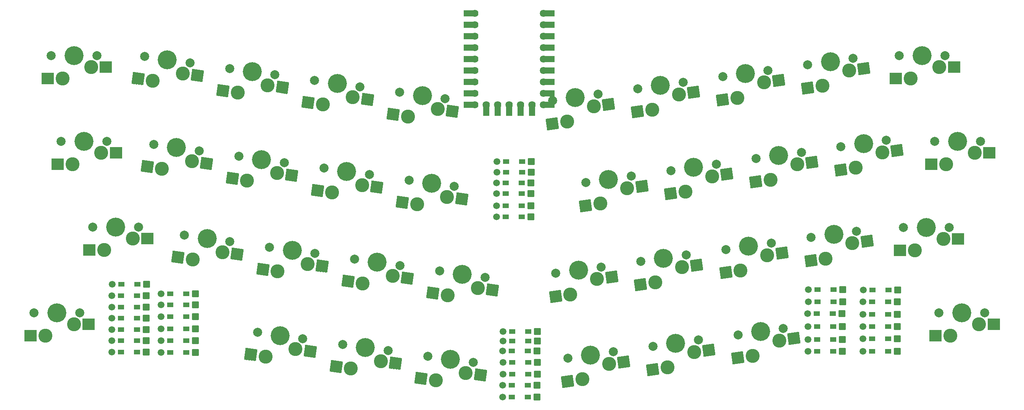
<source format=gbr>
G04 #@! TF.GenerationSoftware,KiCad,Pcbnew,7.0.1-0*
G04 #@! TF.CreationDate,2023-07-08T08:54:48+09:00*
G04 #@! TF.ProjectId,cool838ax,636f6f6c-3833-4386-9178-2e6b69636164,rev?*
G04 #@! TF.SameCoordinates,Original*
G04 #@! TF.FileFunction,Soldermask,Bot*
G04 #@! TF.FilePolarity,Negative*
%FSLAX46Y46*%
G04 Gerber Fmt 4.6, Leading zero omitted, Abs format (unit mm)*
G04 Created by KiCad (PCBNEW 7.0.1-0) date 2023-07-08 08:54:48*
%MOMM*%
%LPD*%
G01*
G04 APERTURE LIST*
G04 Aperture macros list*
%AMRoundRect*
0 Rectangle with rounded corners*
0 $1 Rounding radius*
0 $2 $3 $4 $5 $6 $7 $8 $9 X,Y pos of 4 corners*
0 Add a 4 corners polygon primitive as box body*
4,1,4,$2,$3,$4,$5,$6,$7,$8,$9,$2,$3,0*
0 Add four circle primitives for the rounded corners*
1,1,$1+$1,$2,$3*
1,1,$1+$1,$4,$5*
1,1,$1+$1,$6,$7*
1,1,$1+$1,$8,$9*
0 Add four rect primitives between the rounded corners*
20,1,$1+$1,$2,$3,$4,$5,0*
20,1,$1+$1,$4,$5,$6,$7,0*
20,1,$1+$1,$6,$7,$8,$9,0*
20,1,$1+$1,$8,$9,$2,$3,0*%
G04 Aperture macros list end*
%ADD10C,2.002000*%
%ADD11C,3.102000*%
%ADD12C,4.202000*%
%ADD13RoundRect,0.051000X-1.275000X-1.250000X1.275000X-1.250000X1.275000X1.250000X-1.275000X1.250000X0*%
%ADD14RoundRect,0.051000X-1.436558X-1.060389X1.088625X-1.415281X1.436558X1.060389X-1.088625X1.415281X0*%
%ADD15RoundRect,0.051000X-1.088625X-1.415281X1.436558X-1.060389X1.088625X1.415281X-1.436558X1.060389X0*%
%ADD16RoundRect,0.051000X0.698500X0.698500X-0.698500X0.698500X-0.698500X-0.698500X0.698500X-0.698500X0*%
%ADD17RoundRect,0.051000X0.650000X0.475000X-0.650000X0.475000X-0.650000X-0.475000X0.650000X-0.475000X0*%
%ADD18C,1.499000*%
%ADD19C,1.626000*%
%ADD20RoundRect,0.051000X1.000000X0.600000X-1.000000X0.600000X-1.000000X-0.600000X1.000000X-0.600000X0*%
%ADD21RoundRect,0.051000X0.600000X-1.000000X0.600000X1.000000X-0.600000X1.000000X-0.600000X-1.000000X0*%
G04 APERTURE END LIST*
D10*
X-248678475Y111224267D03*
D11*
X-246138475Y106144267D03*
D12*
X-243598475Y111224267D03*
D11*
X-239788475Y108684267D03*
D10*
X-238518475Y111224267D03*
D13*
X-236513475Y108684267D03*
X-249440475Y106144267D03*
D10*
X-227915044Y111049604D03*
D11*
X-226106762Y105665543D03*
D12*
X-222884482Y110342605D03*
D11*
X-219465060Y107297075D03*
D10*
X-217853920Y109635606D03*
D14*
X-216221932Y106841283D03*
X-229376627Y106125092D03*
D10*
X-209050437Y108398356D03*
D11*
X-207242155Y103014295D03*
D12*
X-204019875Y107691357D03*
D11*
X-200600453Y104645827D03*
D10*
X-198989313Y106984358D03*
D14*
X-197357325Y104190035D03*
X-210512020Y103473844D03*
D10*
X-190185831Y105747109D03*
D11*
X-188377549Y100363048D03*
D12*
X-185155269Y105040110D03*
D11*
X-181735847Y101994580D03*
D10*
X-180124707Y104333111D03*
D14*
X-178492719Y101538788D03*
X-191647414Y100822597D03*
D10*
X-171321224Y103095861D03*
D11*
X-169512942Y97711800D03*
D12*
X-166290662Y102388862D03*
D11*
X-162871240Y99343332D03*
D10*
X-161260100Y101681863D03*
D14*
X-159628112Y98887540D03*
X-172782807Y98171349D03*
D10*
X-137385994Y101244813D03*
D11*
X-134163714Y96567751D03*
D12*
X-132355432Y101951812D03*
D11*
X-128229011Y99966781D03*
D10*
X-127324870Y102658811D03*
D15*
X-124985883Y100422573D03*
X-137433579Y96108201D03*
D10*
X-118521387Y103896060D03*
D11*
X-115299107Y99218998D03*
D12*
X-113490825Y104603059D03*
D11*
X-109364404Y102618028D03*
D10*
X-108460263Y105310058D03*
D15*
X-106121276Y103073820D03*
X-118568972Y98759448D03*
D10*
X-99656781Y106547308D03*
D11*
X-96434501Y101870246D03*
D12*
X-94626219Y107254307D03*
D11*
X-90499798Y105269276D03*
D10*
X-89595657Y107961306D03*
D15*
X-87256670Y105725068D03*
X-99704366Y101410696D03*
D10*
X-80792174Y109198556D03*
D11*
X-77569894Y104521494D03*
D12*
X-75761612Y109905555D03*
D11*
X-71635191Y107920524D03*
D10*
X-70731050Y110612554D03*
D15*
X-68392063Y108376316D03*
X-80839759Y104061944D03*
D10*
X-206985533Y88870938D03*
D11*
X-205177251Y83486877D03*
D12*
X-201954971Y88163939D03*
D11*
X-198535549Y85118409D03*
D10*
X-196924409Y87456940D03*
D14*
X-195292421Y84662617D03*
X-208447116Y83946426D03*
D10*
X-188120926Y86219690D03*
D11*
X-186312644Y80835629D03*
D12*
X-183090364Y85512691D03*
D11*
X-179670942Y82467161D03*
D10*
X-178059802Y84805692D03*
D14*
X-176427814Y82011369D03*
X-189582509Y81295178D03*
D10*
X-169256320Y83568443D03*
D11*
X-167448038Y78184382D03*
D12*
X-164225758Y82861444D03*
D11*
X-160806336Y79815914D03*
D10*
X-159195196Y82154445D03*
D14*
X-157563208Y79360122D03*
X-170717903Y78643931D03*
D10*
X-130018595Y83043018D03*
D11*
X-126796315Y78365956D03*
D12*
X-124988033Y83750017D03*
D11*
X-120861612Y81764986D03*
D10*
X-119957471Y84457016D03*
D15*
X-117618484Y82220778D03*
X-130066180Y77906406D03*
D10*
X-111153988Y85694266D03*
D11*
X-107931708Y81017204D03*
D12*
X-106123426Y86401265D03*
D11*
X-101997005Y84416234D03*
D10*
X-101092864Y87108264D03*
D15*
X-98753877Y84872026D03*
X-111201573Y80557654D03*
D10*
X-92289381Y88345513D03*
D11*
X-89067101Y83668451D03*
D12*
X-87258819Y89052512D03*
D11*
X-83132398Y87067481D03*
D10*
X-82228257Y89759511D03*
D15*
X-79889270Y87523273D03*
X-92336966Y83208901D03*
D10*
X-73424775Y90996761D03*
D11*
X-70202495Y86319699D03*
D12*
X-68394213Y91703760D03*
D11*
X-64267792Y89718729D03*
D10*
X-63363651Y92410759D03*
D15*
X-61024664Y90174521D03*
X-73472360Y85860149D03*
D10*
X-52653975Y92174266D03*
D11*
X-50113975Y87094266D03*
D12*
X-47573975Y92174266D03*
D11*
X-43763975Y89634266D03*
D10*
X-42493975Y92174266D03*
D13*
X-40488975Y89634266D03*
X-53415975Y87094266D03*
D10*
X-219069084Y71331955D03*
D11*
X-217260802Y65947894D03*
D12*
X-214038522Y70624956D03*
D11*
X-210619100Y67579426D03*
D10*
X-209007960Y69917957D03*
D14*
X-207375972Y67123634D03*
X-220530667Y66407443D03*
D10*
X-200204477Y68680707D03*
D11*
X-198396195Y63296646D03*
D12*
X-195173915Y67973708D03*
D11*
X-191754493Y64928178D03*
D10*
X-190143353Y67266709D03*
D14*
X-188511365Y64472386D03*
X-201666060Y63756195D03*
D10*
X-181339871Y66029460D03*
D11*
X-179531589Y60645399D03*
D12*
X-176309309Y65322461D03*
D11*
X-172889887Y62276931D03*
D10*
X-171278747Y64615462D03*
D14*
X-169646759Y61821139D03*
X-182801454Y61104948D03*
D10*
X-162475264Y63378212D03*
D11*
X-160666982Y57994151D03*
D12*
X-157444702Y62671213D03*
D11*
X-154025280Y59625683D03*
D10*
X-152414140Y61964214D03*
D14*
X-150782152Y59169891D03*
X-163936847Y58453700D03*
D10*
X-60500000Y111260000D03*
D11*
X-57960000Y106180000D03*
D12*
X-55420000Y111260000D03*
D11*
X-51610000Y108720000D03*
D10*
X-50340000Y111260000D03*
D13*
X-48335000Y108720000D03*
X-61262000Y106180000D03*
D10*
X-246430000Y92190000D03*
D11*
X-243890000Y87110000D03*
D12*
X-241350000Y92190000D03*
D11*
X-237540000Y89650000D03*
D10*
X-236270000Y92190000D03*
D13*
X-234265000Y89650000D03*
X-247192000Y87110000D03*
D10*
X-202871124Y49753998D03*
D11*
X-201062842Y44369937D03*
D12*
X-197840562Y49046999D03*
D11*
X-194421140Y46001469D03*
D10*
X-192810000Y48340000D03*
D14*
X-191178012Y45545677D03*
X-204332707Y44829486D03*
D10*
X-59600000Y73090000D03*
D11*
X-57060000Y68010000D03*
D12*
X-54520000Y73090000D03*
D11*
X-50710000Y70550000D03*
D10*
X-49440000Y73090000D03*
D13*
X-47435000Y70550000D03*
X-60362000Y68010000D03*
D10*
X-239430000Y73110000D03*
D11*
X-236890000Y68030000D03*
D12*
X-234350000Y73110000D03*
D11*
X-230540000Y70570000D03*
D10*
X-229270000Y73110000D03*
D13*
X-227265000Y70570000D03*
X-240192000Y68030000D03*
D10*
X-183960000Y47090000D03*
D11*
X-182151718Y41705939D03*
D12*
X-178929438Y46383001D03*
D11*
X-175510016Y43337471D03*
D10*
X-173898876Y45676002D03*
D14*
X-172266888Y42881679D03*
X-185421583Y42165488D03*
D10*
X-134020562Y44003001D03*
D11*
X-130798282Y39325939D03*
D12*
X-128990000Y44710000D03*
D11*
X-124863579Y42724969D03*
D10*
X-123959438Y45416999D03*
D15*
X-121620451Y43180761D03*
X-134068147Y38866389D03*
D16*
X-73073475Y56576266D03*
D17*
X-75108475Y56576266D03*
X-78658475Y56576266D03*
D18*
X-80693475Y56576266D03*
D16*
X-140843475Y45626266D03*
D17*
X-142878475Y45626266D03*
X-146428475Y45626266D03*
D18*
X-148463475Y45626266D03*
D10*
X-80054037Y70819267D03*
D11*
X-76831757Y66142205D03*
D12*
X-75023475Y71526266D03*
D11*
X-70897054Y69541235D03*
D10*
X-69992913Y72233265D03*
D15*
X-67653926Y69997027D03*
X-80101622Y65682655D03*
D16*
X-140843475Y37968766D03*
D17*
X-142878475Y37968766D03*
X-146428475Y37968766D03*
D18*
X-148463475Y37968766D03*
D16*
X-142238475Y75400266D03*
D17*
X-144273475Y75400266D03*
X-147823475Y75400266D03*
D18*
X-149858475Y75400266D03*
D16*
X-227563475Y45366266D03*
D17*
X-229598475Y45366266D03*
X-233148475Y45366266D03*
D18*
X-235183475Y45366266D03*
D10*
X-98944037Y68179267D03*
D11*
X-95721757Y63502205D03*
D12*
X-93913475Y68886266D03*
D11*
X-89787054Y66901235D03*
D10*
X-88882913Y69593265D03*
D15*
X-86543926Y67357027D03*
X-98991622Y63042655D03*
D16*
X-227563475Y50374266D03*
D17*
X-229598475Y50374266D03*
X-233148475Y50374266D03*
D18*
X-235183475Y50374266D03*
D16*
X-140743475Y43086266D03*
D17*
X-142778475Y43086266D03*
X-146328475Y43086266D03*
D18*
X-148363475Y43086266D03*
D16*
X-60958475Y56506266D03*
D17*
X-62993475Y56506266D03*
X-66543475Y56506266D03*
D18*
X-68578475Y56506266D03*
D16*
X-60953475Y53756266D03*
D17*
X-62988475Y53756266D03*
X-66538475Y53756266D03*
D18*
X-68573475Y53756266D03*
D16*
X-216603475Y45266266D03*
D17*
X-218638475Y45266266D03*
X-222188475Y45266266D03*
D18*
X-224223475Y45266266D03*
D10*
X-117834037Y65509267D03*
D11*
X-114611757Y60832205D03*
D12*
X-112803475Y66216266D03*
D11*
X-108677054Y64231235D03*
D10*
X-107772913Y66923265D03*
D15*
X-105433926Y64687027D03*
X-117881622Y60372655D03*
D16*
X-142213475Y80616266D03*
D17*
X-144248475Y80616266D03*
X-147798475Y80616266D03*
D18*
X-149833475Y80616266D03*
D16*
X-73103475Y48146266D03*
D17*
X-75138475Y48146266D03*
X-78688475Y48146266D03*
D18*
X-80723475Y48146266D03*
D16*
X-216598475Y58346266D03*
D17*
X-218633475Y58346266D03*
X-222183475Y58346266D03*
D18*
X-224218475Y58346266D03*
D16*
X-60953475Y45566266D03*
D17*
X-62988475Y45566266D03*
X-66538475Y45566266D03*
D18*
X-68573475Y45566266D03*
D10*
X-225864037Y91503265D03*
D11*
X-224055755Y86119204D03*
D12*
X-220833475Y90796266D03*
D11*
X-217414053Y87750736D03*
D10*
X-215802913Y90089267D03*
D14*
X-214170925Y87294944D03*
X-227325620Y86578753D03*
D16*
X-73103475Y45566266D03*
D17*
X-75138475Y45566266D03*
X-78688475Y45566266D03*
D18*
X-80723475Y45566266D03*
D10*
X-252488475Y54074267D03*
D11*
X-249948475Y48994267D03*
D12*
X-247408475Y54074267D03*
D11*
X-243598475Y51534267D03*
D10*
X-242328475Y54074267D03*
D13*
X-240323475Y51534267D03*
X-253250475Y48994267D03*
D16*
X-227533475Y57916266D03*
D17*
X-229568475Y57916266D03*
X-233118475Y57916266D03*
D18*
X-235153475Y57916266D03*
D16*
X-140783475Y40476266D03*
D17*
X-142818475Y40476266D03*
X-146368475Y40476266D03*
D18*
X-148403475Y40476266D03*
D16*
X-140795000Y49980000D03*
D17*
X-142830000Y49980000D03*
X-146380000Y49980000D03*
D18*
X-148415000Y49980000D03*
D16*
X-216603475Y55842266D03*
D17*
X-218638475Y55842266D03*
X-222188475Y55842266D03*
D18*
X-224223475Y55842266D03*
D16*
X-216603475Y47910266D03*
D17*
X-218638475Y47910266D03*
X-222188475Y47910266D03*
D18*
X-224223475Y47910266D03*
D16*
X-142153475Y87730266D03*
D17*
X-144188475Y87730266D03*
X-147738475Y87730266D03*
D18*
X-149773475Y87730266D03*
D16*
X-73028475Y59276266D03*
D17*
X-75063475Y59276266D03*
X-78613475Y59276266D03*
D18*
X-80648475Y59276266D03*
D16*
X-227563475Y55382266D03*
D17*
X-229598475Y55382266D03*
X-233148475Y55382266D03*
D18*
X-235183475Y55382266D03*
D16*
X-60878475Y59166266D03*
D17*
X-62913475Y59166266D03*
X-66463475Y59166266D03*
D18*
X-68498475Y59166266D03*
D10*
X-115131124Y46646002D03*
D11*
X-111908844Y41968940D03*
D12*
X-110100562Y47353001D03*
D11*
X-105974141Y45367970D03*
D10*
X-105070000Y48060000D03*
D15*
X-102731013Y45823762D03*
X-115178709Y41509390D03*
D16*
X-227563475Y52878266D03*
D17*
X-229598475Y52878266D03*
X-233148475Y52878266D03*
D18*
X-235183475Y52878266D03*
D16*
X-60953475Y48296266D03*
D17*
X-62988475Y48296266D03*
X-66538475Y48296266D03*
D18*
X-68573475Y48296266D03*
D10*
X-51701475Y54074266D03*
D11*
X-49161475Y48994266D03*
D12*
X-46621475Y54074266D03*
D11*
X-42811475Y51534266D03*
D10*
X-41541475Y54074266D03*
D13*
X-39536475Y51534266D03*
X-52463475Y48994266D03*
D16*
X-142143475Y85358933D03*
D17*
X-144178475Y85358933D03*
X-147728475Y85358933D03*
D18*
X-149763475Y85358933D03*
D16*
X-142238475Y77866266D03*
D17*
X-144273475Y77866266D03*
X-147823475Y77866266D03*
D18*
X-149858475Y77866266D03*
D16*
X-140843475Y35416266D03*
D17*
X-142878475Y35416266D03*
X-146428475Y35416266D03*
D18*
X-148463475Y35416266D03*
D16*
X-227473475Y60396266D03*
D17*
X-229508475Y60396266D03*
X-233058475Y60396266D03*
D18*
X-235093475Y60396266D03*
D16*
X-227563475Y47870266D03*
D17*
X-229598475Y47870266D03*
X-233148475Y47870266D03*
D18*
X-235183475Y47870266D03*
D16*
X-73108475Y51016266D03*
D17*
X-75143475Y51016266D03*
X-78693475Y51016266D03*
D18*
X-80728475Y51016266D03*
D10*
X-136694599Y62862268D03*
D11*
X-133472319Y58185206D03*
D12*
X-131664037Y63569267D03*
D11*
X-127537616Y61584236D03*
D10*
X-126633475Y64276266D03*
D15*
X-124294488Y62040028D03*
X-136742184Y57725656D03*
D16*
X-60953475Y51026266D03*
D17*
X-62988475Y51026266D03*
X-66538475Y51026266D03*
D18*
X-68573475Y51026266D03*
D16*
X-216603475Y50554266D03*
D17*
X-218638475Y50554266D03*
X-222188475Y50554266D03*
D18*
X-224223475Y50554266D03*
D16*
X-73178475Y53906266D03*
D17*
X-75213475Y53906266D03*
X-78763475Y53906266D03*
D18*
X-80798475Y53906266D03*
D10*
X-165101124Y44473998D03*
D11*
X-163292842Y39089937D03*
D12*
X-160070562Y43766999D03*
D11*
X-156651140Y40721469D03*
D10*
X-155040000Y43060000D03*
D14*
X-153408012Y40265677D03*
X-166562707Y39549486D03*
D10*
X-96271124Y49216002D03*
D11*
X-93048844Y44538940D03*
D12*
X-91240562Y49923001D03*
D11*
X-87114141Y47937970D03*
D10*
X-86210000Y50630000D03*
D15*
X-83871013Y48393762D03*
X-96318709Y44079390D03*
D16*
X-142213475Y82987600D03*
D17*
X-144248475Y82987600D03*
X-147798475Y82987600D03*
D18*
X-149833475Y82987600D03*
D16*
X-140780000Y47840000D03*
D17*
X-142815000Y47840000D03*
X-146365000Y47840000D03*
D18*
X-148400000Y47840000D03*
D16*
X-216603475Y53198266D03*
D17*
X-218638475Y53198266D03*
X-222188475Y53198266D03*
D18*
X-224223475Y53198266D03*
D19*
X-154663475Y120626266D03*
D20*
X-156133475Y120626266D03*
D19*
X-154663475Y118086266D03*
D20*
X-156133475Y118086266D03*
D19*
X-154663475Y115546266D03*
D20*
X-156133475Y115546266D03*
D19*
X-154663475Y113006266D03*
D20*
X-156133475Y113006266D03*
D19*
X-154663475Y110466266D03*
D20*
X-156133475Y110466266D03*
D19*
X-154663475Y107926266D03*
D20*
X-156133475Y107926266D03*
D19*
X-154663475Y105386266D03*
D20*
X-156133475Y105386266D03*
D19*
X-154663475Y102846266D03*
D20*
X-156133475Y102846266D03*
D19*
X-154663475Y100306266D03*
D20*
X-156133475Y100306266D03*
D21*
X-152123475Y98846266D03*
D19*
X-152123475Y100306266D03*
D21*
X-149583475Y98836266D03*
D19*
X-149583475Y100306266D03*
D21*
X-147043475Y98846266D03*
D19*
X-147043475Y100306266D03*
X-144503475Y100306266D03*
D21*
X-144513475Y98836266D03*
X-141953475Y98846266D03*
D19*
X-141963475Y100306266D03*
D20*
X-137953475Y100306266D03*
D19*
X-139423475Y100306266D03*
D20*
X-137953475Y102846266D03*
D19*
X-139423475Y102846266D03*
D20*
X-137953475Y105386266D03*
D19*
X-139423475Y105386266D03*
D20*
X-137953475Y107926266D03*
D19*
X-139423475Y107926266D03*
D20*
X-137953475Y110466266D03*
D19*
X-139423475Y110466266D03*
D20*
X-137953475Y113006266D03*
D19*
X-139423475Y113006266D03*
D20*
X-137953475Y115546266D03*
D19*
X-139423475Y115546266D03*
D20*
X-137953475Y118086266D03*
D19*
X-139423475Y118086266D03*
D20*
X-137953475Y120626266D03*
D19*
X-139423475Y120626266D03*
G36*
X-165493090Y38087396D02*
G01*
X-165491514Y38086164D01*
X-165491792Y38084184D01*
X-165493646Y38083434D01*
X-167994451Y38434898D01*
X-167994805Y38434982D01*
X-167994808Y38434983D01*
X-167996107Y38436361D01*
X-167995674Y38438205D01*
X-167993898Y38438861D01*
X-165493090Y38087396D01*
G37*
G36*
X-152338395Y38803587D02*
G01*
X-152336819Y38802355D01*
X-152337097Y38800375D01*
X-152338951Y38799625D01*
X-154839756Y39151089D01*
X-154840110Y39151173D01*
X-154840113Y39151174D01*
X-154841412Y39152552D01*
X-154840979Y39154396D01*
X-154839203Y39155052D01*
X-152338395Y38803587D01*
G37*
G36*
X-184351966Y40703398D02*
G01*
X-184350390Y40702166D01*
X-184350668Y40700186D01*
X-184352522Y40699436D01*
X-186853327Y41050900D01*
X-186853681Y41050984D01*
X-186853684Y41050985D01*
X-186854983Y41052363D01*
X-186854550Y41054207D01*
X-186852774Y41054863D01*
X-184351966Y40703398D01*
G37*
G36*
X-171197271Y41419589D02*
G01*
X-171195695Y41418357D01*
X-171195973Y41416377D01*
X-171197827Y41415627D01*
X-173698632Y41767091D01*
X-173698986Y41767175D01*
X-173698989Y41767176D01*
X-173700288Y41768554D01*
X-173699855Y41770398D01*
X-173698079Y41771054D01*
X-171197271Y41419589D01*
G37*
G36*
X-203263090Y43367396D02*
G01*
X-203261514Y43366164D01*
X-203261792Y43364184D01*
X-203263646Y43363434D01*
X-205764451Y43714898D01*
X-205764805Y43714982D01*
X-205764808Y43714983D01*
X-205766107Y43716361D01*
X-205765674Y43718205D01*
X-205763898Y43718861D01*
X-203263090Y43367396D01*
G37*
G36*
X-190108395Y44083587D02*
G01*
X-190106819Y44082355D01*
X-190107097Y44080375D01*
X-190108951Y44079625D01*
X-192609756Y44431089D01*
X-192610110Y44431173D01*
X-192610113Y44431174D01*
X-192611412Y44432552D01*
X-192610979Y44434396D01*
X-192609203Y44435052D01*
X-190108395Y44083587D01*
G37*
G36*
X-162867230Y56991610D02*
G01*
X-162865654Y56990378D01*
X-162865932Y56988398D01*
X-162867786Y56987648D01*
X-165368591Y57339112D01*
X-165368945Y57339196D01*
X-165368948Y57339197D01*
X-165370247Y57340575D01*
X-165369814Y57342419D01*
X-165368038Y57343075D01*
X-162867230Y56991610D01*
G37*
G36*
X-149712535Y57707801D02*
G01*
X-149710959Y57706569D01*
X-149711237Y57704589D01*
X-149713091Y57703839D01*
X-152213896Y58055303D01*
X-152214250Y58055387D01*
X-152214253Y58055388D01*
X-152215552Y58056766D01*
X-152215119Y58058610D01*
X-152213343Y58059266D01*
X-149712535Y57707801D01*
G37*
G36*
X-181731837Y59642858D02*
G01*
X-181730261Y59641626D01*
X-181730539Y59639646D01*
X-181732393Y59638896D01*
X-184233198Y59990360D01*
X-184233552Y59990444D01*
X-184233555Y59990445D01*
X-184234854Y59991823D01*
X-184234421Y59993667D01*
X-184232645Y59994323D01*
X-181731837Y59642858D01*
G37*
G36*
X-168577142Y60359049D02*
G01*
X-168575566Y60357817D01*
X-168575844Y60355837D01*
X-168577698Y60355087D01*
X-171078503Y60706551D01*
X-171078857Y60706635D01*
X-171078860Y60706636D01*
X-171080159Y60708014D01*
X-171079726Y60709858D01*
X-171077950Y60710514D01*
X-168577142Y60359049D01*
G37*
G36*
X-200596443Y62294105D02*
G01*
X-200594867Y62292873D01*
X-200595145Y62290893D01*
X-200596999Y62290143D01*
X-203097804Y62641607D01*
X-203098158Y62641691D01*
X-203098161Y62641692D01*
X-203099460Y62643070D01*
X-203099027Y62644914D01*
X-203097251Y62645570D01*
X-200596443Y62294105D01*
G37*
G36*
X-187441748Y63010296D02*
G01*
X-187440172Y63009064D01*
X-187440450Y63007084D01*
X-187442304Y63006334D01*
X-189943109Y63357798D01*
X-189943463Y63357882D01*
X-189943466Y63357883D01*
X-189944765Y63359261D01*
X-189944332Y63361105D01*
X-189942556Y63361761D01*
X-187441748Y63010296D01*
G37*
G36*
X-219461050Y64945353D02*
G01*
X-219459474Y64944121D01*
X-219459752Y64942141D01*
X-219461606Y64941391D01*
X-221962411Y65292855D01*
X-221962765Y65292939D01*
X-221962768Y65292940D01*
X-221964067Y65294318D01*
X-221963634Y65296162D01*
X-221961858Y65296818D01*
X-219461050Y64945353D01*
G37*
G36*
X-206306355Y65661544D02*
G01*
X-206304779Y65660312D01*
X-206305057Y65658332D01*
X-206306911Y65657582D01*
X-208807716Y66009046D01*
X-208808070Y66009130D01*
X-208808073Y66009131D01*
X-208809372Y66010509D01*
X-208808939Y66012353D01*
X-208807163Y66013009D01*
X-206306355Y65661544D01*
G37*
G36*
X-169648286Y77181841D02*
G01*
X-169646710Y77180609D01*
X-169646988Y77178629D01*
X-169648842Y77177879D01*
X-172149647Y77529343D01*
X-172150001Y77529427D01*
X-172150004Y77529428D01*
X-172151303Y77530806D01*
X-172150870Y77532650D01*
X-172149094Y77533306D01*
X-169648286Y77181841D01*
G37*
G36*
X-156493591Y77898032D02*
G01*
X-156492015Y77896800D01*
X-156492293Y77894820D01*
X-156494147Y77894070D01*
X-158994952Y78245534D01*
X-158995306Y78245618D01*
X-158995309Y78245619D01*
X-158996608Y78246997D01*
X-158996175Y78248841D01*
X-158994399Y78249497D01*
X-156493591Y77898032D01*
G37*
G36*
X-188512892Y79833088D02*
G01*
X-188511316Y79831856D01*
X-188511594Y79829876D01*
X-188513448Y79829126D01*
X-191014253Y80180590D01*
X-191014607Y80180674D01*
X-191014610Y80180675D01*
X-191015909Y80182053D01*
X-191015476Y80183897D01*
X-191013700Y80184553D01*
X-188512892Y79833088D01*
G37*
G36*
X-175358197Y80549279D02*
G01*
X-175356621Y80548047D01*
X-175356899Y80546067D01*
X-175358753Y80545317D01*
X-177859558Y80896781D01*
X-177859912Y80896865D01*
X-177859915Y80896866D01*
X-177861214Y80898244D01*
X-177860781Y80900088D01*
X-177859005Y80900744D01*
X-175358197Y80549279D01*
G37*
G36*
X-207377499Y82484336D02*
G01*
X-207375923Y82483104D01*
X-207376201Y82481124D01*
X-207378055Y82480374D01*
X-209878860Y82831838D01*
X-209879214Y82831922D01*
X-209879217Y82831923D01*
X-209880516Y82833301D01*
X-209880083Y82835145D01*
X-209878307Y82835801D01*
X-207377499Y82484336D01*
G37*
G36*
X-194222804Y83200527D02*
G01*
X-194221228Y83199295D01*
X-194221506Y83197315D01*
X-194223360Y83196565D01*
X-196724165Y83548029D01*
X-196724519Y83548113D01*
X-196724522Y83548114D01*
X-196725821Y83549492D01*
X-196725388Y83551336D01*
X-196723612Y83551992D01*
X-194222804Y83200527D01*
G37*
G36*
X-226256003Y85116663D02*
G01*
X-226254427Y85115431D01*
X-226254705Y85113451D01*
X-226256559Y85112701D01*
X-228757364Y85464165D01*
X-228757718Y85464249D01*
X-228757721Y85464250D01*
X-228759020Y85465628D01*
X-228758587Y85467472D01*
X-228756811Y85468128D01*
X-226256003Y85116663D01*
G37*
G36*
X-213101308Y85832854D02*
G01*
X-213099732Y85831622D01*
X-213100010Y85829642D01*
X-213101864Y85828892D01*
X-215602669Y86180356D01*
X-215603023Y86180440D01*
X-215603026Y86180441D01*
X-215604325Y86181819D01*
X-215603892Y86183663D01*
X-215602116Y86184319D01*
X-213101308Y85832854D01*
G37*
G36*
X-171713190Y96709259D02*
G01*
X-171711614Y96708027D01*
X-171711892Y96706047D01*
X-171713746Y96705297D01*
X-174214551Y97056761D01*
X-174214905Y97056845D01*
X-174214908Y97056846D01*
X-174216207Y97058224D01*
X-174215774Y97060068D01*
X-174213998Y97060724D01*
X-171713190Y96709259D01*
G37*
G36*
X-158558495Y97425450D02*
G01*
X-158556919Y97424218D01*
X-158557197Y97422238D01*
X-158559051Y97421488D01*
X-161059856Y97772952D01*
X-161060210Y97773036D01*
X-161060213Y97773037D01*
X-161061512Y97774415D01*
X-161061079Y97776259D01*
X-161059303Y97776915D01*
X-158558495Y97425450D01*
G37*
G36*
X-190577797Y99360507D02*
G01*
X-190576221Y99359275D01*
X-190576499Y99357295D01*
X-190578353Y99356545D01*
X-193079158Y99708009D01*
X-193079512Y99708093D01*
X-193079515Y99708094D01*
X-193080814Y99709472D01*
X-193080381Y99711316D01*
X-193078605Y99711972D01*
X-190577797Y99360507D01*
G37*
G36*
X-177423102Y100076698D02*
G01*
X-177421526Y100075466D01*
X-177421804Y100073486D01*
X-177423658Y100072736D01*
X-179924463Y100424200D01*
X-179924817Y100424284D01*
X-179924820Y100424285D01*
X-179926119Y100425663D01*
X-179925686Y100427507D01*
X-179923910Y100428163D01*
X-177423102Y100076698D01*
G37*
G36*
X-137682878Y102196431D02*
G01*
X-137682610Y102194623D01*
X-137683923Y102193352D01*
X-137768290Y102167759D01*
X-137941003Y102075442D01*
X-138036945Y101996705D01*
X-138038886Y101996367D01*
X-138040175Y101997857D01*
X-138039561Y101999729D01*
X-137999629Y102036131D01*
X-138060998Y102194544D01*
X-138060783Y102196396D01*
X-138059133Y102197266D01*
X-137684504Y102197266D01*
X-137682878Y102196431D01*
G37*
G36*
X-209442403Y102011754D02*
G01*
X-209440827Y102010522D01*
X-209441105Y102008542D01*
X-209442959Y102007792D01*
X-211943764Y102359256D01*
X-211944118Y102359340D01*
X-211944121Y102359341D01*
X-211945420Y102360719D01*
X-211944987Y102362563D01*
X-211943211Y102363219D01*
X-209442403Y102011754D01*
G37*
G36*
X-196287708Y102727945D02*
G01*
X-196286132Y102726713D01*
X-196286410Y102724733D01*
X-196288264Y102723983D01*
X-198789069Y103075447D01*
X-198789423Y103075531D01*
X-198789426Y103075532D01*
X-198790725Y103076910D01*
X-198790292Y103078754D01*
X-198788516Y103079410D01*
X-196287708Y102727945D01*
G37*
G36*
X-228307010Y104663002D02*
G01*
X-228305434Y104661770D01*
X-228305712Y104659790D01*
X-228307566Y104659040D01*
X-230808371Y105010504D01*
X-230808725Y105010588D01*
X-230808728Y105010589D01*
X-230810027Y105011967D01*
X-230809594Y105013811D01*
X-230807818Y105014467D01*
X-228307010Y104663002D01*
G37*
G36*
X-215152315Y105379193D02*
G01*
X-215150739Y105377961D01*
X-215151017Y105375981D01*
X-215152871Y105375231D01*
X-217653676Y105726695D01*
X-217654030Y105726779D01*
X-217654033Y105726780D01*
X-217655332Y105728158D01*
X-217654899Y105730002D01*
X-217653123Y105730658D01*
X-215152315Y105379193D01*
G37*
M02*

</source>
